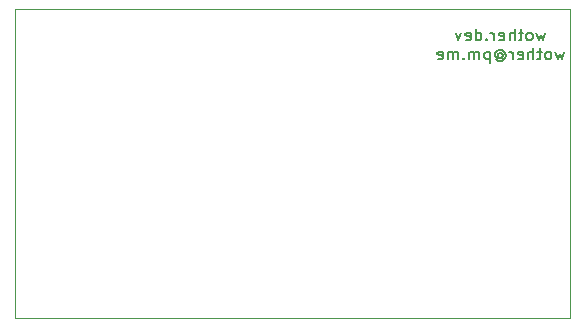
<source format=gbr>
%TF.GenerationSoftware,KiCad,Pcbnew,(6.0.4)*%
%TF.CreationDate,2022-07-05T22:15:58-06:00*%
%TF.ProjectId,fourPostScematic,666f7572-506f-4737-9453-63656d617469,rev?*%
%TF.SameCoordinates,Original*%
%TF.FileFunction,Legend,Bot*%
%TF.FilePolarity,Positive*%
%FSLAX46Y46*%
G04 Gerber Fmt 4.6, Leading zero omitted, Abs format (unit mm)*
G04 Created by KiCad (PCBNEW (6.0.4)) date 2022-07-05 22:15:58*
%MOMM*%
%LPD*%
G01*
G04 APERTURE LIST*
%TA.AperFunction,Profile*%
%ADD10C,0.100000*%
%TD*%
%ADD11C,0.150000*%
G04 APERTURE END LIST*
D10*
X68072000Y-55372000D02*
X115062000Y-55372000D01*
X115062000Y-55372000D02*
X115062000Y-81534000D01*
X115062000Y-81534000D02*
X68072000Y-81534000D01*
X68072000Y-81534000D02*
X68072000Y-55372000D01*
D11*
X113029523Y-57400714D02*
X112839047Y-58067380D01*
X112648571Y-57591190D01*
X112458095Y-58067380D01*
X112267619Y-57400714D01*
X111743809Y-58067380D02*
X111839047Y-58019761D01*
X111886666Y-57972142D01*
X111934285Y-57876904D01*
X111934285Y-57591190D01*
X111886666Y-57495952D01*
X111839047Y-57448333D01*
X111743809Y-57400714D01*
X111600952Y-57400714D01*
X111505714Y-57448333D01*
X111458095Y-57495952D01*
X111410476Y-57591190D01*
X111410476Y-57876904D01*
X111458095Y-57972142D01*
X111505714Y-58019761D01*
X111600952Y-58067380D01*
X111743809Y-58067380D01*
X111124761Y-57400714D02*
X110743809Y-57400714D01*
X110981904Y-57067380D02*
X110981904Y-57924523D01*
X110934285Y-58019761D01*
X110839047Y-58067380D01*
X110743809Y-58067380D01*
X110410476Y-58067380D02*
X110410476Y-57067380D01*
X109981904Y-58067380D02*
X109981904Y-57543571D01*
X110029523Y-57448333D01*
X110124761Y-57400714D01*
X110267619Y-57400714D01*
X110362857Y-57448333D01*
X110410476Y-57495952D01*
X109124761Y-58019761D02*
X109220000Y-58067380D01*
X109410476Y-58067380D01*
X109505714Y-58019761D01*
X109553333Y-57924523D01*
X109553333Y-57543571D01*
X109505714Y-57448333D01*
X109410476Y-57400714D01*
X109220000Y-57400714D01*
X109124761Y-57448333D01*
X109077142Y-57543571D01*
X109077142Y-57638809D01*
X109553333Y-57734047D01*
X108648571Y-58067380D02*
X108648571Y-57400714D01*
X108648571Y-57591190D02*
X108600952Y-57495952D01*
X108553333Y-57448333D01*
X108458095Y-57400714D01*
X108362857Y-57400714D01*
X108029523Y-57972142D02*
X107981904Y-58019761D01*
X108029523Y-58067380D01*
X108077142Y-58019761D01*
X108029523Y-57972142D01*
X108029523Y-58067380D01*
X107124761Y-58067380D02*
X107124761Y-57067380D01*
X107124761Y-58019761D02*
X107220000Y-58067380D01*
X107410476Y-58067380D01*
X107505714Y-58019761D01*
X107553333Y-57972142D01*
X107600952Y-57876904D01*
X107600952Y-57591190D01*
X107553333Y-57495952D01*
X107505714Y-57448333D01*
X107410476Y-57400714D01*
X107220000Y-57400714D01*
X107124761Y-57448333D01*
X106267619Y-58019761D02*
X106362857Y-58067380D01*
X106553333Y-58067380D01*
X106648571Y-58019761D01*
X106696190Y-57924523D01*
X106696190Y-57543571D01*
X106648571Y-57448333D01*
X106553333Y-57400714D01*
X106362857Y-57400714D01*
X106267619Y-57448333D01*
X106220000Y-57543571D01*
X106220000Y-57638809D01*
X106696190Y-57734047D01*
X105886666Y-57400714D02*
X105648571Y-58067380D01*
X105410476Y-57400714D01*
X114624761Y-59010714D02*
X114434285Y-59677380D01*
X114243809Y-59201190D01*
X114053333Y-59677380D01*
X113862857Y-59010714D01*
X113339047Y-59677380D02*
X113434285Y-59629761D01*
X113481904Y-59582142D01*
X113529523Y-59486904D01*
X113529523Y-59201190D01*
X113481904Y-59105952D01*
X113434285Y-59058333D01*
X113339047Y-59010714D01*
X113196190Y-59010714D01*
X113100952Y-59058333D01*
X113053333Y-59105952D01*
X113005714Y-59201190D01*
X113005714Y-59486904D01*
X113053333Y-59582142D01*
X113100952Y-59629761D01*
X113196190Y-59677380D01*
X113339047Y-59677380D01*
X112720000Y-59010714D02*
X112339047Y-59010714D01*
X112577142Y-58677380D02*
X112577142Y-59534523D01*
X112529523Y-59629761D01*
X112434285Y-59677380D01*
X112339047Y-59677380D01*
X112005714Y-59677380D02*
X112005714Y-58677380D01*
X111577142Y-59677380D02*
X111577142Y-59153571D01*
X111624761Y-59058333D01*
X111720000Y-59010714D01*
X111862857Y-59010714D01*
X111958095Y-59058333D01*
X112005714Y-59105952D01*
X110720000Y-59629761D02*
X110815238Y-59677380D01*
X111005714Y-59677380D01*
X111100952Y-59629761D01*
X111148571Y-59534523D01*
X111148571Y-59153571D01*
X111100952Y-59058333D01*
X111005714Y-59010714D01*
X110815238Y-59010714D01*
X110720000Y-59058333D01*
X110672380Y-59153571D01*
X110672380Y-59248809D01*
X111148571Y-59344047D01*
X110243809Y-59677380D02*
X110243809Y-59010714D01*
X110243809Y-59201190D02*
X110196190Y-59105952D01*
X110148571Y-59058333D01*
X110053333Y-59010714D01*
X109958095Y-59010714D01*
X109005714Y-59201190D02*
X109053333Y-59153571D01*
X109148571Y-59105952D01*
X109243809Y-59105952D01*
X109339047Y-59153571D01*
X109386666Y-59201190D01*
X109434285Y-59296428D01*
X109434285Y-59391666D01*
X109386666Y-59486904D01*
X109339047Y-59534523D01*
X109243809Y-59582142D01*
X109148571Y-59582142D01*
X109053333Y-59534523D01*
X109005714Y-59486904D01*
X109005714Y-59105952D02*
X109005714Y-59486904D01*
X108958095Y-59534523D01*
X108910476Y-59534523D01*
X108815238Y-59486904D01*
X108767619Y-59391666D01*
X108767619Y-59153571D01*
X108862857Y-59010714D01*
X109005714Y-58915476D01*
X109196190Y-58867857D01*
X109386666Y-58915476D01*
X109529523Y-59010714D01*
X109624761Y-59153571D01*
X109672380Y-59344047D01*
X109624761Y-59534523D01*
X109529523Y-59677380D01*
X109386666Y-59772619D01*
X109196190Y-59820238D01*
X109005714Y-59772619D01*
X108862857Y-59677380D01*
X108339047Y-59010714D02*
X108339047Y-60010714D01*
X108339047Y-59058333D02*
X108243809Y-59010714D01*
X108053333Y-59010714D01*
X107958095Y-59058333D01*
X107910476Y-59105952D01*
X107862857Y-59201190D01*
X107862857Y-59486904D01*
X107910476Y-59582142D01*
X107958095Y-59629761D01*
X108053333Y-59677380D01*
X108243809Y-59677380D01*
X108339047Y-59629761D01*
X107434285Y-59677380D02*
X107434285Y-59010714D01*
X107434285Y-59105952D02*
X107386666Y-59058333D01*
X107291428Y-59010714D01*
X107148571Y-59010714D01*
X107053333Y-59058333D01*
X107005714Y-59153571D01*
X107005714Y-59677380D01*
X107005714Y-59153571D02*
X106958095Y-59058333D01*
X106862857Y-59010714D01*
X106720000Y-59010714D01*
X106624761Y-59058333D01*
X106577142Y-59153571D01*
X106577142Y-59677380D01*
X106100952Y-59582142D02*
X106053333Y-59629761D01*
X106100952Y-59677380D01*
X106148571Y-59629761D01*
X106100952Y-59582142D01*
X106100952Y-59677380D01*
X105624761Y-59677380D02*
X105624761Y-59010714D01*
X105624761Y-59105952D02*
X105577142Y-59058333D01*
X105481904Y-59010714D01*
X105339047Y-59010714D01*
X105243809Y-59058333D01*
X105196190Y-59153571D01*
X105196190Y-59677380D01*
X105196190Y-59153571D02*
X105148571Y-59058333D01*
X105053333Y-59010714D01*
X104910476Y-59010714D01*
X104815238Y-59058333D01*
X104767619Y-59153571D01*
X104767619Y-59677380D01*
X103910476Y-59629761D02*
X104005714Y-59677380D01*
X104196190Y-59677380D01*
X104291428Y-59629761D01*
X104339047Y-59534523D01*
X104339047Y-59153571D01*
X104291428Y-59058333D01*
X104196190Y-59010714D01*
X104005714Y-59010714D01*
X103910476Y-59058333D01*
X103862857Y-59153571D01*
X103862857Y-59248809D01*
X104339047Y-59344047D01*
M02*

</source>
